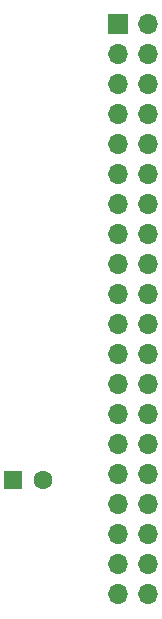
<source format=gbr>
%TF.GenerationSoftware,KiCad,Pcbnew,(6.0.4)*%
%TF.CreationDate,2022-06-04T04:00:10-07:00*%
%TF.ProjectId,pb_orangepi - hori,70625f6f-7261-46e6-9765-7069202d2068,rev?*%
%TF.SameCoordinates,PX9896800PY4d3f640*%
%TF.FileFunction,Soldermask,Bot*%
%TF.FilePolarity,Negative*%
%FSLAX46Y46*%
G04 Gerber Fmt 4.6, Leading zero omitted, Abs format (unit mm)*
G04 Created by KiCad (PCBNEW (6.0.4)) date 2022-06-04 04:00:10*
%MOMM*%
%LPD*%
G01*
G04 APERTURE LIST*
%ADD10R,1.600000X1.600000*%
%ADD11C,1.600000*%
%ADD12R,1.700000X1.700000*%
%ADD13O,1.700000X1.700000*%
G04 APERTURE END LIST*
D10*
%TO.C,C1*%
X6000000Y-49000000D03*
D11*
X8500000Y-49000000D03*
%TD*%
D12*
%TO.C,J1*%
X14880000Y-10400000D03*
D13*
X17420000Y-10400000D03*
X14880000Y-12940000D03*
X17420000Y-12940000D03*
X14880000Y-15480000D03*
X17420000Y-15480000D03*
X14880000Y-18020000D03*
X17420000Y-18020000D03*
X14880000Y-20560000D03*
X17420000Y-20560000D03*
X14880000Y-23100000D03*
X17420000Y-23100000D03*
X14880000Y-25640000D03*
X17420000Y-25640000D03*
X14880000Y-28180000D03*
X17420000Y-28180000D03*
X14880000Y-30720000D03*
X17420000Y-30720000D03*
X14880000Y-33260000D03*
X17420000Y-33260000D03*
X14880000Y-35800000D03*
X17420000Y-35800000D03*
X14880000Y-38340000D03*
X17420000Y-38340000D03*
X14880000Y-40880000D03*
X17420000Y-40880000D03*
X14880000Y-43420000D03*
X17420000Y-43420000D03*
X14880000Y-45960000D03*
X17420000Y-45960000D03*
X14880000Y-48500000D03*
X17420000Y-48500000D03*
X14880000Y-51040000D03*
X17420000Y-51040000D03*
X14880000Y-53580000D03*
X17420000Y-53580000D03*
X14880000Y-56120000D03*
X17420000Y-56120000D03*
X14880000Y-58660000D03*
X17420000Y-58660000D03*
%TD*%
M02*

</source>
